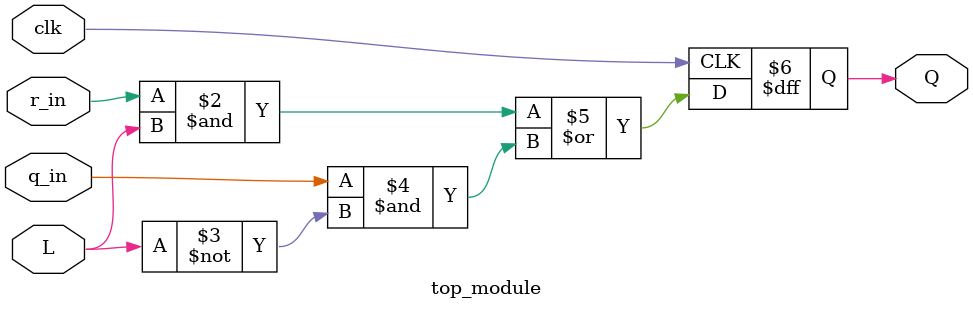
<source format=v>
module top_module (
	input clk,
	input L,
	input r_in,
	input q_in,
	output reg Q);
	
    always@(posedge clk)
        begin 
            Q <= (r_in&L | q_in&~L);
        end
    
endmodule

</source>
